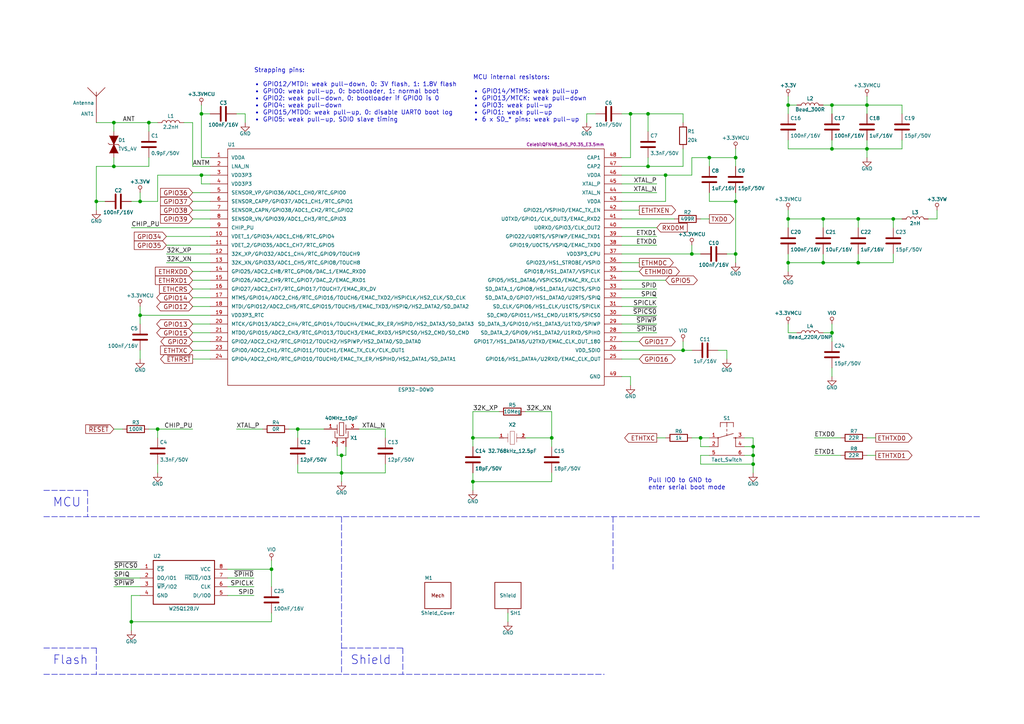
<source format=kicad_sch>
(kicad_sch (version 20211123) (generator eeschema)
  (paper "A4")
  (title_block (title "IOT ESP Ethernet") (date "2023-12-30") (rev "1") (company "Uysan"))
  (junction (at 58.42 50.8))
  (junction (at 251.46 43.18))
  (junction (at 38.1 180.34))
  (junction (at 187.96 48.26))
  (junction (at 198.12 101.6))
  (junction (at 218.44 134.62))
  (junction (at 160.02 127))
  (junction (at 213.36 45.72))
  (junction (at 45.72 124.46))
  (junction (at 182.88 33.02))
  (junction (at 58.42 33.02))
  (junction (at 99.06 137.16))
  (junction (at 43.18 35.56))
  (junction (at 213.36 58.42))
  (junction (at 241.3 43.18))
  (junction (at 40.64 91.44))
  (junction (at 86.36 124.46))
  (junction (at 248.92 63.5))
  (junction (at 213.36 73.66))
  (junction (at 200.66 73.66))
  (junction (at 248.92 76.2))
  (junction (at 238.76 76.2))
  (junction (at 218.44 132.08))
  (junction (at 241.3 96.52))
  (junction (at 218.44 129.54))
  (junction (at 259.08 63.5))
  (junction (at 228.6 76.2))
  (junction (at 228.6 63.5))
  (junction (at 205.74 45.72))
  (junction (at 78.74 165.1))
  (junction (at 203.2 127))
  (junction (at 137.16 139.7))
  (junction (at 251.46 30.48))
  (junction (at 228.6 30.48))
  (junction (at 40.64 58.42))
  (junction (at 27.94 58.42))
  (junction (at 137.16 127))
  (junction (at 238.76 63.5))
  (junction (at 241.3 30.48))
  (junction (at 193.04 50.8))
  (junction (at 99.06 132.08))
  (junction (at 33.02 48.26))
  (junction (at 187.96 33.02))
  (junction (at 33.02 35.56))
  (wire (pts (xy 60.96 58.42) (xy 55.88 58.42)))
  (wire (pts (xy 198.12 99.06) (xy 198.12 101.6)))
  (wire (pts (xy 180.34 83.82) (xy 190.5 83.82)))
  (wire (pts (xy 40.64 55.88) (xy 40.64 58.42)))
  (polyline (pts (xy 12.7 187.96) (xy 27.94 187.96)))
  (wire (pts (xy 241.3 43.18) (xy 228.6 43.18)))
  (wire (pts (xy 48.26 76.2) (xy 60.96 76.2)))
  (wire (pts (xy 238.76 30.48) (xy 241.3 30.48)))
  (wire (pts (xy 180.34 104.14) (xy 185.42 104.14)))
  (wire (pts (xy 55.88 35.56) (xy 55.88 48.26)))
  (wire (pts (xy 60.96 60.96) (xy 55.88 60.96)))
  (wire (pts (xy 180.34 91.44) (xy 190.5 91.44)))
  (wire (pts (xy 86.36 134.62) (xy 86.36 137.16)))
  (polyline (pts (xy 99.06 149.86) (xy 99.06 195.58)))
  (wire (pts (xy 190.5 127) (xy 193.04 127)))
  (wire (pts (xy 180.34 53.34) (xy 190.5 53.34)))
  (wire (pts (xy 55.88 83.82) (xy 60.96 83.82)))
  (wire (pts (xy 182.88 109.22) (xy 182.88 111.76)))
  (wire (pts (xy 99.06 137.16) (xy 99.06 132.08)))
  (wire (pts (xy 180.34 71.12) (xy 190.5 71.12)))
  (wire (pts (xy 60.96 63.5) (xy 55.88 63.5)))
  (polyline (pts (xy 12.7 142.24) (xy 25.4 142.24)))
  (wire (pts (xy 187.96 48.26) (xy 198.12 48.26)))
  (wire (pts (xy 180.34 63.5) (xy 195.58 63.5)))
  (wire (pts (xy 208.28 101.6) (xy 210.82 101.6)))
  (wire (pts (xy 205.74 132.08) (xy 203.2 132.08)))
  (wire (pts (xy 215.9 129.54) (xy 218.44 129.54)))
  (wire (pts (xy 203.2 73.66) (xy 200.66 73.66)))
  (wire (pts (xy 213.36 58.42) (xy 213.36 73.66)))
  (wire (pts (xy 251.46 43.18) (xy 261.62 43.18)))
  (wire (pts (xy 66.04 170.18) (xy 73.66 170.18)))
  (wire (pts (xy 180.34 99.06) (xy 185.42 99.06)))
  (wire (pts (xy 218.44 134.62) (xy 218.44 137.16)))
  (wire (pts (xy 40.64 104.14) (xy 40.64 101.6)))
  (wire (pts (xy 152.4 119.38) (xy 160.02 119.38)))
  (wire (pts (xy 251.46 132.08) (xy 254 132.08)))
  (wire (pts (xy 55.88 88.9) (xy 60.96 88.9)))
  (wire (pts (xy 137.16 127) (xy 144.78 127)))
  (wire (pts (xy 261.62 30.48) (xy 261.62 33.02)))
  (wire (pts (xy 180.34 96.52) (xy 190.5 96.52)))
  (wire (pts (xy 33.02 35.56) (xy 43.18 35.56)))
  (wire (pts (xy 228.6 96.52) (xy 228.6 93.98)))
  (wire (pts (xy 238.76 96.52) (xy 241.3 96.52)))
  (wire (pts (xy 180.34 86.36) (xy 190.5 86.36)))
  (wire (pts (xy 55.88 81.28) (xy 60.96 81.28)))
  (wire (pts (xy 241.3 40.64) (xy 241.3 43.18)))
  (wire (pts (xy 86.36 137.16) (xy 99.06 137.16)))
  (wire (pts (xy 33.02 165.1) (xy 40.64 165.1)))
  (wire (pts (xy 97.79 129.54) (xy 97.79 132.08)))
  (wire (pts (xy 58.42 50.8) (xy 58.42 53.34)))
  (wire (pts (xy 187.96 45.72) (xy 187.96 48.26)))
  (wire (pts (xy 33.02 38.1) (xy 33.02 35.56)))
  (wire (pts (xy 241.3 106.68) (xy 241.3 109.22)))
  (wire (pts (xy 259.08 63.5) (xy 261.62 63.5)))
  (wire (pts (xy 213.36 48.26) (xy 213.36 45.72)))
  (wire (pts (xy 187.96 33.02) (xy 187.96 38.1)))
  (wire (pts (xy 71.12 33.02) (xy 68.58 33.02)))
  (wire (pts (xy 38.1 180.34) (xy 38.1 182.88)))
  (wire (pts (xy 180.34 66.04) (xy 190.5 66.04)))
  (wire (pts (xy 78.74 165.1) (xy 78.74 170.18)))
  (wire (pts (xy 170.18 35.56) (xy 170.18 33.02)))
  (wire (pts (xy 147.32 177.8) (xy 147.32 180.34)))
  (wire (pts (xy 55.88 55.88) (xy 60.96 55.88)))
  (wire (pts (xy 248.92 73.66) (xy 248.92 76.2)))
  (wire (pts (xy 58.42 33.02) (xy 60.96 33.02)))
  (wire (pts (xy 137.16 119.38) (xy 137.16 127)))
  (wire (pts (xy 40.64 93.98) (xy 40.64 91.44)))
  (wire (pts (xy 53.34 35.56) (xy 55.88 35.56)))
  (wire (pts (xy 137.16 142.24) (xy 137.16 139.7)))
  (wire (pts (xy 170.18 33.02) (xy 172.72 33.02)))
  (wire (pts (xy 228.6 30.48) (xy 231.14 30.48)))
  (wire (pts (xy 238.76 63.5) (xy 238.76 66.04)))
  (wire (pts (xy 180.34 68.58) (xy 190.5 68.58)))
  (wire (pts (xy 180.34 50.8) (xy 193.04 50.8)))
  (wire (pts (xy 55.88 48.26) (xy 60.96 48.26)))
  (wire (pts (xy 45.72 127) (xy 45.72 124.46)))
  (polyline (pts (xy 12.7 149.86) (xy 284.48 149.86)))
  (wire (pts (xy 251.46 127) (xy 254 127)))
  (wire (pts (xy 236.22 132.08) (xy 243.84 132.08)))
  (wire (pts (xy 200.66 45.72) (xy 200.66 50.8)))
  (wire (pts (xy 144.78 119.38) (xy 137.16 119.38)))
  (wire (pts (xy 236.22 127) (xy 243.84 127)))
  (wire (pts (xy 99.06 139.7) (xy 99.06 137.16)))
  (wire (pts (xy 35.56 124.46) (xy 33.02 124.46)))
  (wire (pts (xy 71.12 35.56) (xy 71.12 33.02)))
  (wire (pts (xy 55.88 104.14) (xy 60.96 104.14)))
  (wire (pts (xy 55.88 99.06) (xy 60.96 99.06)))
  (wire (pts (xy 137.16 139.7) (xy 160.02 139.7)))
  (polyline (pts (xy 25.4 142.24) (xy 25.4 149.86)))
  (wire (pts (xy 213.36 55.88) (xy 213.36 58.42)))
  (polyline (pts (xy 116.84 187.96) (xy 116.84 195.58)))
  (wire (pts (xy 160.02 119.38) (xy 160.02 127)))
  (wire (pts (xy 251.46 27.94) (xy 251.46 30.48)))
  (wire (pts (xy 38.1 172.72) (xy 38.1 180.34)))
  (wire (pts (xy 251.46 30.48) (xy 251.46 33.02)))
  (wire (pts (xy 180.34 55.88) (xy 190.5 55.88)))
  (wire (pts (xy 205.74 129.54) (xy 203.2 129.54)))
  (wire (pts (xy 180.34 73.66) (xy 200.66 73.66)))
  (wire (pts (xy 43.18 35.56) (xy 43.18 38.1)))
  (wire (pts (xy 58.42 30.48) (xy 58.42 33.02)))
  (wire (pts (xy 205.74 45.72) (xy 205.74 48.26)))
  (wire (pts (xy 40.64 58.42) (xy 45.72 58.42)))
  (wire (pts (xy 38.1 66.04) (xy 60.96 66.04)))
  (polyline (pts (xy 177.8 149.86) (xy 177.8 165.1)))
  (wire (pts (xy 68.58 124.46) (xy 76.2 124.46)))
  (wire (pts (xy 137.16 127) (xy 137.16 129.54)))
  (wire (pts (xy 251.46 40.64) (xy 251.46 43.18)))
  (wire (pts (xy 180.34 78.74) (xy 185.42 78.74)))
  (wire (pts (xy 27.94 60.96) (xy 27.94 58.42)))
  (wire (pts (xy 99.06 137.16) (xy 111.76 137.16)))
  (polyline (pts (xy 12.7 195.58) (xy 175.26 195.58)))
  (wire (pts (xy 271.78 60.96) (xy 271.78 63.5)))
  (wire (pts (xy 180.34 81.28) (xy 193.04 81.28)))
  (wire (pts (xy 228.6 76.2) (xy 238.76 76.2)))
  (wire (pts (xy 269.24 63.5) (xy 271.78 63.5)))
  (wire (pts (xy 261.62 43.18) (xy 261.62 40.64)))
  (wire (pts (xy 33.02 45.72) (xy 33.02 48.26)))
  (wire (pts (xy 251.46 43.18) (xy 251.46 45.72)))
  (wire (pts (xy 55.88 96.52) (xy 60.96 96.52)))
  (wire (pts (xy 182.88 109.22) (xy 180.34 109.22)))
  (wire (pts (xy 193.04 58.42) (xy 180.34 58.42)))
  (wire (pts (xy 259.08 63.5) (xy 259.08 66.04)))
  (wire (pts (xy 198.12 35.56) (xy 198.12 33.02)))
  (wire (pts (xy 187.96 33.02) (xy 198.12 33.02)))
  (wire (pts (xy 48.26 71.12) (xy 60.96 71.12)))
  (wire (pts (xy 203.2 132.08) (xy 203.2 134.62)))
  (wire (pts (xy 238.76 76.2) (xy 238.76 73.66)))
  (wire (pts (xy 205.74 45.72) (xy 213.36 45.72)))
  (wire (pts (xy 228.6 60.96) (xy 228.6 63.5)))
  (wire (pts (xy 218.44 129.54) (xy 218.44 127)))
  (wire (pts (xy 248.92 63.5) (xy 259.08 63.5)))
  (wire (pts (xy 228.6 76.2) (xy 228.6 78.74)))
  (wire (pts (xy 40.64 172.72) (xy 38.1 172.72)))
  (wire (pts (xy 86.36 124.46) (xy 86.36 127)))
  (wire (pts (xy 203.2 129.54) (xy 203.2 127)))
  (wire (pts (xy 111.76 134.62) (xy 111.76 137.16)))
  (wire (pts (xy 203.2 127) (xy 205.74 127)))
  (wire (pts (xy 66.04 167.64) (xy 73.66 167.64)))
  (wire (pts (xy 180.34 33.02) (xy 182.88 33.02)))
  (polyline (pts (xy 99.06 187.96) (xy 116.84 187.96)))
  (wire (pts (xy 55.88 101.6) (xy 60.96 101.6)))
  (wire (pts (xy 40.64 91.44) (xy 60.96 91.44)))
  (wire (pts (xy 33.02 170.18) (xy 40.64 170.18)))
  (wire (pts (xy 58.42 53.34) (xy 60.96 53.34)))
  (wire (pts (xy 213.36 43.18) (xy 213.36 45.72)))
  (wire (pts (xy 33.02 167.64) (xy 40.64 167.64)))
  (wire (pts (xy 97.79 132.08) (xy 99.06 132.08)))
  (wire (pts (xy 180.34 60.96) (xy 185.42 60.96)))
  (wire (pts (xy 160.02 139.7) (xy 160.02 137.16)))
  (wire (pts (xy 205.74 55.88) (xy 205.74 58.42)))
  (wire (pts (xy 27.94 48.26) (xy 27.94 58.42)))
  (wire (pts (xy 60.96 50.8) (xy 58.42 50.8)))
  (wire (pts (xy 111.76 124.46) (xy 111.76 127)))
  (wire (pts (xy 228.6 40.64) (xy 228.6 43.18)))
  (wire (pts (xy 218.44 129.54) (xy 218.44 132.08)))
  (wire (pts (xy 180.34 48.26) (xy 187.96 48.26)))
  (wire (pts (xy 238.76 63.5) (xy 228.6 63.5)))
  (wire (pts (xy 27.94 58.42) (xy 30.48 58.42)))
  (wire (pts (xy 45.72 50.8) (xy 58.42 50.8)))
  (wire (pts (xy 55.88 78.74) (xy 60.96 78.74)))
  (wire (pts (xy 203.2 134.62) (xy 218.44 134.62)))
  (wire (pts (xy 248.92 76.2) (xy 259.08 76.2)))
  (wire (pts (xy 99.06 132.08) (xy 100.33 132.08)))
  (wire (pts (xy 248.92 63.5) (xy 248.92 66.04)))
  (wire (pts (xy 218.44 134.62) (xy 218.44 132.08)))
  (wire (pts (xy 251.46 30.48) (xy 241.3 30.48)))
  (wire (pts (xy 66.04 165.1) (xy 78.74 165.1)))
  (wire (pts (xy 203.2 63.5) (xy 205.74 63.5)))
  (wire (pts (xy 200.66 71.12) (xy 200.66 73.66)))
  (wire (pts (xy 100.33 132.08) (xy 100.33 129.54)))
  (wire (pts (xy 27.94 35.56) (xy 33.02 35.56)))
  (wire (pts (xy 228.6 30.48) (xy 228.6 33.02)))
  (wire (pts (xy 40.64 91.44) (xy 40.64 88.9)))
  (wire (pts (xy 38.1 58.42) (xy 40.64 58.42)))
  (wire (pts (xy 210.82 104.14) (xy 210.82 101.6)))
  (wire (pts (xy 228.6 63.5) (xy 228.6 66.04)))
  (wire (pts (xy 261.62 30.48) (xy 251.46 30.48)))
  (wire (pts (xy 215.9 132.08) (xy 218.44 132.08)))
  (wire (pts (xy 193.04 50.8) (xy 200.66 50.8)))
  (wire (pts (xy 241.3 96.52) (xy 241.3 99.06)))
  (wire (pts (xy 182.88 33.02) (xy 182.88 45.72)))
  (wire (pts (xy 78.74 162.56) (xy 78.74 165.1)))
  (wire (pts (xy 228.6 73.66) (xy 228.6 76.2)))
  (wire (pts (xy 182.88 33.02) (xy 187.96 33.02)))
  (wire (pts (xy 86.36 124.46) (xy 93.98 124.46)))
  (wire (pts (xy 137.16 137.16) (xy 137.16 139.7)))
  (wire (pts (xy 48.26 68.58) (xy 60.96 68.58)))
  (wire (pts (xy 33.02 48.26) (xy 27.94 48.26)))
  (wire (pts (xy 241.3 93.98) (xy 241.3 96.52)))
  (wire (pts (xy 66.04 172.72) (xy 73.66 172.72)))
  (wire (pts (xy 38.1 180.34) (xy 78.74 180.34)))
  (wire (pts (xy 48.26 73.66) (xy 60.96 73.66)))
  (wire (pts (xy 180.34 45.72) (xy 182.88 45.72)))
  (wire (pts (xy 238.76 63.5) (xy 248.92 63.5)))
  (wire (pts (xy 60.96 45.72) (xy 58.42 45.72)))
  (wire (pts (xy 193.04 50.8) (xy 193.04 58.42)))
  (wire (pts (xy 55.88 93.98) (xy 60.96 93.98)))
  (wire (pts (xy 213.36 76.2) (xy 213.36 73.66)))
  (wire (pts (xy 45.72 58.42) (xy 45.72 50.8)))
  (wire (pts (xy 43.18 48.26) (xy 33.02 48.26)))
  (wire (pts (xy 200.66 127) (xy 203.2 127)))
  (wire (pts (xy 78.74 177.8) (xy 78.74 180.34)))
  (wire (pts (xy 198.12 48.26) (xy 198.12 43.18)))
  (wire (pts (xy 160.02 127) (xy 160.02 129.54)))
  (wire (pts (xy 241.3 30.48) (xy 241.3 33.02)))
  (wire (pts (xy 58.42 33.02) (xy 58.42 45.72)))
  (wire (pts (xy 241.3 43.18) (xy 251.46 43.18)))
  (wire (pts (xy 45.72 124.46) (xy 43.18 124.46)))
  (wire (pts (xy 55.88 124.46) (xy 45.72 124.46)))
  (wire (pts (xy 259.08 73.66) (xy 259.08 76.2)))
  (wire (pts (xy 210.82 73.66) (xy 213.36 73.66)))
  (wire (pts (xy 228.6 27.94) (xy 228.6 30.48)))
  (wire (pts (xy 238.76 76.2) (xy 248.92 76.2)))
  (wire (pts (xy 215.9 127) (xy 218.44 127)))
  (wire (pts (xy 180.34 88.9) (xy 190.5 88.9)))
  (wire (pts (xy 55.88 86.36) (xy 60.96 86.36)))
  (wire (pts (xy 205.74 58.42) (xy 213.36 58.42)))
  (wire (pts (xy 180.34 76.2) (xy 185.42 76.2)))
  (wire (pts (xy 180.34 93.98) (xy 190.5 93.98)))
  (wire (pts (xy 43.18 45.72) (xy 43.18 48.26)))
  (wire (pts (xy 83.82 124.46) (xy 86.36 124.46)))
  (polyline (pts (xy 27.94 187.96) (xy 27.94 195.58)))
  (wire (pts (xy 200.66 101.6) (xy 198.12 101.6)))
  (wire (pts (xy 152.4 127) (xy 160.02 127)))
  (wire (pts (xy 205.74 45.72) (xy 200.66 45.72)))
  (wire (pts (xy 180.34 101.6) (xy 198.12 101.6)))
  (wire (pts (xy 45.72 35.56) (xy 43.18 35.56)))
  (wire (pts (xy 104.14 124.46) (xy 111.76 124.46)))
  (wire (pts (xy 45.72 137.16) (xy 45.72 134.62)))
  (wire (pts (xy 228.6 96.52) (xy 231.14 96.52)))
  (text "MCU internal resistors:\n\n• GPIO14/MTMS: weak pull-up\n• GPIO13/MTCK: weak pull-down\n• GPIO3: weak pull-up\n• GPIO1: weak pull-up\n• 6 x SD_* pins: weak pull-up" (at 137.16 35.56 0) (effects (font (size 1.27 1.27)) (justify left bottom)))
  (text "Shield" (at 101.6 193.04 0) (effects (font (size 2.54 2.54)) (justify left bottom)))
  (text "Flash" (at 15.24 193.04 0) (effects (font (size 2.54 2.54)) (justify left bottom)))
  (text "MCU" (at 15.24 147.32 0) (effects (font (size 2.54 2.54)) (justify left bottom)))
  (text "Strapping pins:\n\n• GPIO12/MTDI: weak pull-down, 0: 3V flash, 1: 1.8V flash\n• GPIO0: weak pull-up, 0: bootloader, 1: normal boot\n• GPIO2: weak pull-down, 0: bootloader if GPIO0 is 0\n• GPIO4: weak pull-down\n• GPIO15/MTDO: weak pull-up, 0: disable UART0 boot log\n• GPIO5: weak pull-up, SDIO slave timing" (at 73.66 35.56 0) (effects (font (size 1.27 1.27)) (justify left bottom)))
  (text "Pull IO0 to GND to\nenter serial boot mode" (at 187.96 142.24 0) (effects (font (size 1.27 1.27)) (justify left bottom)))
  (label "XTAL_N" (at 190.5 55.88 180))
  (label "SPICLK" (at 190.5 88.9 180))
  (label "SPID" (at 190.5 83.82 180))
  (label "~{SPIWP}" (at 33.02 170.18 0))
  (label "SPIQ" (at 190.5 86.36 180))
  (label "~{SPIWP}" (at 190.5 93.98 180))
  (label "ANTM" (at 55.88 48.26 0))
  (label "32K_XN" (at 160.02 119.38 180))
  (label "SPID" (at 73.66 172.72 180))
  (label "XTAL_P" (at 190.5 53.34 180))
  (label "XTAL_P" (at 68.58 124.46 0))
  (label "~{SPIHD}" (at 73.66 167.64 180))
  (label "ETXD1" (at 190.5 68.58 180))
  (label "32K_XN" (at 48.26 76.2 0))
  (label "SPICLK" (at 73.66 170.18 180))
  (label "ANT" (at 35.56 35.56 0))
  (label "32K_XP" (at 137.16 119.38 0))
  (label "32K_XP" (at 48.26 73.66 0))
  (label "ETXD0" (at 236.22 127 0))
  (label "~{SPICS0}" (at 190.5 91.44 180))
  (label "SPIQ" (at 33.02 167.64 0))
  (label "ETXD1" (at 236.22 132.08 0))
  (label "~{SPIHD}" (at 190.5 96.52 180))
  (label "CHIP_PU" (at 38.1 66.04 0))
  (label "XTAL_N" (at 111.76 124.46 180))
  (label "~{SPICS0}" (at 33.02 165.1 0))
  (label "CHIP_PU" (at 55.88 124.46 180))
  (label "ETXD0" (at 190.5 71.12 180))
  (global_label "RXD0M" (shape input) (at 190.5 66.04 0) (property "Intersheet References" "${INTERSHEET_REFS}" (effects hide)))
  (global_label "ETHTXD1" (shape output) (at 254 132.08 0) (property "Intersheet References" "${INTERSHEET_REFS}" (effects hide)))
  (global_label "GPIO13" (shape bidirectional) (at 55.88 93.98 180) (property "Intersheet References" "${INTERSHEET_REFS}" (effects hide)))
  (global_label "~{ETHRST}" (shape output) (at 55.88 104.14 180) (property "Intersheet References" "${INTERSHEET_REFS}" (effects hide)))
  (global_label "ETHCRS" (shape input) (at 55.88 83.82 180) (property "Intersheet References" "${INTERSHEET_REFS}" (effects hide)))
  (global_label "ETHTXEN" (shape output) (at 185.42 60.96 0) (property "Intersheet References" "${INTERSHEET_REFS}" (effects hide)))
  (global_label "GPIO2" (shape bidirectional) (at 55.88 99.06 180) (property "Intersheet References" "${INTERSHEET_REFS}" (effects hide)))
  (global_label "GPIO36" (shape input) (at 55.88 55.88 180) (property "Intersheet References" "${INTERSHEET_REFS}" (effects hide)))
  (global_label "GPIO12" (shape bidirectional) (at 55.88 88.9 180) (property "Intersheet References" "${INTERSHEET_REFS}" (effects hide)))
  (global_label "ETHRXD1" (shape input) (at 55.88 81.28 180) (property "Intersheet References" "${INTERSHEET_REFS}" (effects hide)))
  (global_label "GPIO34" (shape input) (at 48.26 68.58 180) (property "Intersheet References" "${INTERSHEET_REFS}" (effects hide)))
  (global_label "GPIO37" (shape input) (at 55.88 58.42 180) (property "Intersheet References" "${INTERSHEET_REFS}" (effects hide)))
  (global_label "GPIO5" (shape bidirectional) (at 193.04 81.28 0) (property "Intersheet References" "${INTERSHEET_REFS}" (effects hide)))
  (global_label "ETHMDIO" (shape bidirectional) (at 185.42 78.74 0) (property "Intersheet References" "${INTERSHEET_REFS}" (effects hide)))
  (global_label "GPIO15" (shape bidirectional) (at 55.88 96.52 180) (property "Intersheet References" "${INTERSHEET_REFS}" (effects hide)))
  (global_label "ETHMDC" (shape output) (at 185.42 76.2 0) (property "Intersheet References" "${INTERSHEET_REFS}" (effects hide)))
  (global_label "GPIO16" (shape bidirectional) (at 185.42 104.14 0) (property "Intersheet References" "${INTERSHEET_REFS}" (effects hide)))
  (global_label "GPIO14" (shape bidirectional) (at 55.88 86.36 180) (property "Intersheet References" "${INTERSHEET_REFS}" (effects hide)))
  (global_label "GPIO17" (shape bidirectional) (at 185.42 99.06 0) (property "Intersheet References" "${INTERSHEET_REFS}" (effects hide)))
  (global_label "GPIO38" (shape input) (at 55.88 60.96 180) (property "Intersheet References" "${INTERSHEET_REFS}" (effects hide)))
  (global_label "GPIO39" (shape input) (at 55.88 63.5 180) (property "Intersheet References" "${INTERSHEET_REFS}" (effects hide)))
  (global_label "TXD0" (shape output) (at 205.74 63.5 0) (property "Intersheet References" "${INTERSHEET_REFS}" (effects hide)))
  (global_label "ETHTXC" (shape output) (at 190.5 127 180) (property "Intersheet References" "${INTERSHEET_REFS}" (effects hide)))
  (global_label "ETHRXD0" (shape input) (at 55.88 78.74 180) (property "Intersheet References" "${INTERSHEET_REFS}" (effects hide)))
  (global_label "ETHTXD0" (shape output) (at 254 127 0) (property "Intersheet References" "${INTERSHEET_REFS}" (effects hide)))
  (global_label "GPIO35" (shape input) (at 48.26 71.12 180) (property "Intersheet References" "${INTERSHEET_REFS}" (effects hide)))
  (global_label "ETHTXC" (shape input) (at 55.88 101.6 180) (property "Intersheet References" "${INTERSHEET_REFS}" (effects hide)))
  (global_label "~{RESET}" (shape input) (at 33.02 124.46 180) (property "Intersheet References" "${INTERSHEET_REFS}" (effects hide)))
  (symbol (lib_id "Celebi:capacitor") (at 228.6 36.83 270) (unit 1)
    (property "Reference" "C16" (at 229.235 34.29 90) (effects (font (size 1.016 1.016)) (justify left)))
    (property "Value" "100nF{slash}16V" (at 229.235 39.37 90) (effects (font (size 1.016 1.016)) (justify left)))
    (property "Footprint" "Celebi:SM0402C" (effects hide))
    (property "Datasheet" "http://weblib.samsungsem.com/mlcc/mlcc-ec-data-sheet.do?partNumber=CL05B104KO5NNN" (effects hide))
    (property "Tolerance" "10%" (effects hide))
    (property "Power" "_" (effects hide))
    (property "Temperature" "-55+125°C" (effects hide))
    (property "Manufacturer" "Samsung" (effects hide))
    (property "PartNumber" "CL05B104KO5NNNC" (effects hide))
    (property "Digikey" "1276-1001-1-ND" (effects hide))
  )
  (symbol (lib_id "Celebi:capacitor") (at 204.47 101.6 0) (unit 1)
    (property "Reference" "C11" (at 204.47 98.425 0) (effects (font (size 1.016 1.016))))
    (property "Value" "1uF{slash}16V" (at 204.47 104.775 0) (effects (font (size 1.016 1.016))))
    (property "Footprint" "Celebi:SM0603C" (effects hide))
    (property "Datasheet" "https://www.yageo.com/en/Chart/Download/pdf/CC0603KRX7R7BB105" (effects hide))
    (property "Tolerance" "10%" (effects hide))
    (property "Power" "_" (effects hide))
    (property "Temperature" "-55+125°C" (effects hide))
    (property "Manufacturer" "Yageo" (effects hide))
    (property "PartNumber" "CC0603KRX7R7BB105" (effects hide))
    (property "Digikey" "311-1446-1-ND" (effects hide))
  )
  (symbol (lib_id "Celebi:inductor") (at 265.43 63.5 0) (unit 1)
    (property "Reference" "L3" (at 265.43 61.595 0) (effects (font (size 1.016 1.016))))
    (property "Value" "2nH" (at 265.43 64.77 0) (effects (font (size 1.016 1.016))))
    (property "Footprint" "Celebi:SM0402L" (effects hide))
    (property "Datasheet" "https://www.we-online.com/catalog/datasheet/744765020A.pdf" (effects hide))
    (property "Tolerance" "0.2nH" (effects hide))
    (property "Power" "1.04A" (effects hide))
    (property "Temperature" "-40+125°C" (effects hide))
    (property "Manufacturer" "Wurth" (effects hide))
    (property "PartNumber" "744765020A" (effects hide))
    (property "Digikey" "732-1705-1-ND" (effects hide))
  )
  (symbol (lib_id "Celebi:+3.3VMCU") (at 40.64 88.9 0) (unit 1)
    (property "Reference" "#PWR0160" (effects hide))
    (property "Value" "+3.3VMCU" (at 40.64 85.725 0) (effects (font (size 1.016 1.016))))
  )
  (symbol (lib_id "Celebi:resistor") (at 199.39 63.5 0) (unit 1)
    (property "Reference" "R2" (at 199.39 61.595 0) (effects (font (size 1.016 1.016))))
    (property "Value" "499R" (at 199.39 63.5 0) (effects (font (size 1.016 1.016))))
    (property "Footprint" "Celebi:SM0402" (effects hide))
    (property "Datasheet" "https://www.yageo.com/upload/media/product/productsearch/datasheet/rchip/PYu-RC_Group_51_RoHS_L_12.pdf" (effects hide))
    (property "Tolerance" "1%" (effects hide))
    (property "Power" "1/16W" (effects hide))
    (property "Temperature" "-55+155°C" (effects hide))
    (property "Manufacturer" "Yageo" (effects hide))
    (property "PartNumber" "RC0402FR-07499RL" (effects hide))
    (property "Digikey" "311-499LRCT-ND" (effects hide))
  )
  (symbol (lib_id "Celebi:capacitor") (at 238.76 69.85 270) (unit 1)
    (property "Reference" "C21" (at 239.395 67.31 90) (effects (font (size 1.016 1.016)) (justify left)))
    (property "Value" "10uF{slash}16V" (at 239.395 72.39 90) (effects (font (size 1.016 1.016)) (justify left)))
    (property "Footprint" "Celebi:SM0805C" (effects hide))
    (property "Datasheet" "http://weblib.samsungsem.com/mlcc/mlcc-ec-data-sheet.do?partNumber=CL21B106KOQNNN" (effects hide))
    (property "Tolerance" "10%" (effects hide))
    (property "Power" "_" (effects hide))
    (property "Temperature" "-55+125°C" (effects hide))
    (property "Manufacturer" "Samsung" (effects hide))
    (property "PartNumber" "CL21B106KOQNNNE" (effects hide))
    (property "Digikey" "1276-2872-1-ND" (effects hide))
  )
  (symbol (lib_id "Celebi:Shield") (at 147.32 172.72 0) (unit 1)
    (property "Reference" "SH1" (at 147.955 177.8 0) (effects (font (size 1.016 1.016)) (justify left)))
    (property "Value" "Shield" (at 147.32 172.72 0) (effects (font (size 1.016 1.016))))
    (property "Footprint" "Celebi:shield-36103166S" (effects hide))
    (property "Datasheet" "https://www.we-online.com/catalog/datasheet/36103166s.pdf" (effects hide))
    (property "Tolerance" "_" (effects hide))
    (property "Power" "_" (effects hide))
    (property "Temperature" "-40+125°C" (effects hide))
    (property "Manufacturer" "Wurth" (effects hide))
    (property "PartNumber" "36103166S" (effects hide))
    (property "Digikey" "732-11652-1-ND" (effects hide))
  )
  (symbol (lib_id "Celebi:inductor") (at 234.95 96.52 0) (unit 1)
    (property "Reference" "L4" (at 234.95 94.615 0) (effects (font (size 1.016 1.016))))
    (property "Value" "Bead_220R{slash}DNP" (at 234.95 97.79 0) (effects (font (size 1.016 1.016))))
    (property "Footprint" "Celebi:SM0402L" (effects hide))
    (property "Datasheet" "https://www.we-online.com/catalog/datasheet/742792780.pdf" (effects hide))
    (property "Tolerance" "25%" (effects hide))
    (property "Power" "0.3A" (effects hide))
    (property "Temperature" "-55+125°C" (effects hide))
    (property "Manufacturer" "Wurth" (effects hide))
    (property "PartNumber" "742792780" (effects hide))
    (property "Digikey" "732-1569-1-ND" (effects hide))
  )
  (symbol (lib_id "Celebi:capacitor") (at 261.62 36.83 270) (unit 1)
    (property "Reference" "C19" (at 262.255 34.29 90) (effects (font (size 1.016 1.016)) (justify left)))
    (property "Value" "15pF{slash}50V" (at 262.255 39.37 90) (effects (font (size 1.016 1.016)) (justify left)))
    (property "Footprint" "Celebi:SM0402C" (effects hide))
    (property "Datasheet" "https://www.yageo.com/en/Chart/Download/pdf/CC0402JRNPO9BN150" (effects hide))
    (property "Tolerance" "5%" (effects hide))
    (property "Power" "_" (effects hide))
    (property "Temperature" "-55+125°C" (effects hide))
    (property "Manufacturer" "Yageo" (effects hide))
    (property "PartNumber" "CC0402JRNPO9BN150" (effects hide))
    (property "Digikey" "311-1017-1-ND" (effects hide))
  )
  (symbol (lib_id "Celebi:capacitor") (at 40.64 97.79 90) (mirror x) (unit 1)
    (property "Reference" "C5" (at 40.005 95.25 90) (effects (font (size 1.016 1.016)) (justify left)))
    (property "Value" "100nF{slash}16V" (at 40.005 100.33 90) (effects (font (size 1.016 1.016)) (justify left)))
    (property "Footprint" "Celebi:SM0402C" (effects hide))
    (property "Datasheet" "http://weblib.samsungsem.com/mlcc/mlcc-ec-data-sheet.do?partNumber=CL05B104KO5NNN" (effects hide))
    (property "Tolerance" "10%" (effects hide))
    (property "Power" "_" (effects hide))
    (property "Temperature" "-55+125°C" (effects hide))
    (property "Manufacturer" "Samsung" (effects hide))
    (property "PartNumber" "CL05B104KO5NNNC" (effects hide))
    (property "Digikey" "1276-1001-1-ND" (effects hide))
  )
  (symbol (lib_id "Celebi:capacitor") (at 160.02 133.35 270) (unit 1)
    (property "Reference" "C15" (at 160.655 130.81 90) (effects (font (size 1.016 1.016)) (justify left)))
    (property "Value" "18pF{slash}50V" (at 160.655 135.89 90) (effects (font (size 1.016 1.016)) (justify left)))
    (property "Footprint" "Celebi:SM0402C" (effects hide))
    (property "Datasheet" "https://www.yageo.com/en/Chart/Download/pdf/CC0402JRNPO9BN180" (effects hide))
    (property "Tolerance" "5%" (effects hide))
    (property "Power" "_" (effects hide))
    (property "Temperature" "-55+125°C" (effects hide))
    (property "Manufacturer" "Yageo" (effects hide))
    (property "PartNumber" "CC0402JRNPO9BN180" (effects hide))
    (property "Digikey" "311-1415-1-ND" (effects hide))
  )
  (symbol (lib_id "Celebi:capacitor") (at 137.16 133.35 270) (unit 1)
    (property "Reference" "C14" (at 137.795 130.81 90) (effects (font (size 1.016 1.016)) (justify left)))
    (property "Value" "18pF{slash}50V" (at 137.795 135.89 90) (effects (font (size 1.016 1.016)) (justify left)))
    (property "Footprint" "Celebi:SM0402C" (effects hide))
    (property "Datasheet" "https://www.yageo.com/en/Chart/Download/pdf/CC0402JRNPO9BN180" (effects hide))
    (property "Tolerance" "5%" (effects hide))
    (property "Power" "_" (effects hide))
    (property "Temperature" "-55+125°C" (effects hide))
    (property "Manufacturer" "Yageo" (effects hide))
    (property "PartNumber" "CC0402JRNPO9BN180" (effects hide))
    (property "Digikey" "311-1415-1-ND" (effects hide))
  )
  (symbol (lib_id "Celebi:capacitor") (at 207.01 73.66 0) (mirror y) (unit 1)
    (property "Reference" "C10" (at 207.01 70.485 0) (effects (font (size 1.016 1.016))))
    (property "Value" "100nF{slash}16V" (at 207.01 76.835 0) (effects (font (size 1.016 1.016))))
    (property "Footprint" "Celebi:SM0402C" (effects hide))
    (property "Datasheet" "http://weblib.samsungsem.com/mlcc/mlcc-ec-data-sheet.do?partNumber=CL05B104KO5NNN" (effects hide))
    (property "Tolerance" "10%" (effects hide))
    (property "Power" "_" (effects hide))
    (property "Temperature" "-55+125°C" (effects hide))
    (property "Manufacturer" "Samsung" (effects hide))
    (property "PartNumber" "CL05B104KO5NNNC" (effects hide))
    (property "Digikey" "1276-1001-1-ND" (effects hide))
  )
  (symbol (lib_id "Celebi:capacitor") (at 176.53 33.02 0) (unit 1)
    (property "Reference" "C6" (at 176.53 29.845 0) (effects (font (size 1.016 1.016))))
    (property "Value" "10nF{slash}50V" (at 176.53 36.195 0) (effects (font (size 1.016 1.016))))
    (property "Footprint" "Celebi:SM0402C" (effects hide))
    (property "Datasheet" "https://www.yageo.com/en/Chart/Download/pdf/CC0402KRX7R9BB103" (effects hide))
    (property "Tolerance" "10%" (effects hide))
    (property "Power" "_" (effects hide))
    (property "Temperature" "-55+125°C" (effects hide))
    (property "Manufacturer" "Yageo" (effects hide))
    (property "PartNumber" "CC0402KRX7R9BB103" (effects hide))
    (property "Digikey" "311-1349-1-ND" (effects hide))
  )
  (symbol (lib_id "Celebi:+3.3VMCU") (at 228.6 60.96 0) (unit 1)
    (property "Reference" "#PWR0104" (effects hide))
    (property "Value" "+3.3VMCU" (at 228.6 57.785 0) (effects (font (size 1.016 1.016))))
  )
  (symbol (lib_id "Celebi:inductor") (at 234.95 30.48 0) (unit 1)
    (property "Reference" "L2" (at 234.95 28.575 0) (effects (font (size 1.016 1.016))))
    (property "Value" "Bead_300R" (at 234.95 31.75 0) (effects (font (size 1.016 1.016))))
    (property "Footprint" "Celebi:SM0603L" (effects hide))
    (property "Datasheet" "https://www.we-online.com/catalog/datasheet/742792641.pdf" (effects hide))
    (property "Tolerance" "25%" (effects hide))
    (property "Power" "2A" (effects hide))
    (property "Temperature" "-55+125°C" (effects hide))
    (property "Manufacturer" "Wurth" (effects hide))
    (property "PartNumber" "742792641" (effects hide))
    (property "Digikey" "732-1592-1-ND" (effects hide))
  )
  (symbol (lib_id "Celebi:capacitor") (at 241.3 102.87 270) (unit 1)
    (property "Reference" "C24" (at 241.935 100.33 90) (effects (font (size 1.016 1.016)) (justify left)))
    (property "Value" "15pF{slash}50V" (at 241.935 105.41 90) (effects (font (size 1.016 1.016)) (justify left)))
    (property "Footprint" "Celebi:SM0402C" (effects hide))
    (property "Datasheet" "https://www.yageo.com/en/Chart/Download/pdf/CC0402JRNPO9BN150" (effects hide))
    (property "Tolerance" "5%" (effects hide))
    (property "Power" "_" (effects hide))
    (property "Temperature" "-55+125°C" (effects hide))
    (property "Manufacturer" "Yageo" (effects hide))
    (property "PartNumber" "CC0402JRNPO9BN150" (effects hide))
    (property "Digikey" "311-1017-1-ND" (effects hide))
  )
  (symbol (lib_id "Celebi:ANT") (at 27.94 31.75 0) (mirror y) (unit 1) (in_bom no) (on_board no)
    (property "Reference" "ANT1" (at 25.4 33.02 0) (effects (font (size 1.016 1.016))))
    (property "Value" "Antenna" (at 27.305 29.845 0) (effects (font (size 1.016 1.016)) (justify left)))
    (property "Footprint" "Celebi:N.A." (effects hide))
    (property "Tolerance" "_" (effects hide))
    (property "Power" "_" (effects hide))
    (property "Temperature" "_" (effects hide))
    (property "Manufacturer" "_" (effects hide))
    (property "PartNumber" "_" (effects hide))
    (property "Digikey" "_" (effects hide))
  )
  (symbol (lib_id "Celebi:capacitor") (at 248.92 69.85 270) (unit 1)
    (property "Reference" "C22" (at 249.555 67.31 90) (effects (font (size 1.016 1.016)) (justify left)))
    (property "Value" "1uF{slash}16V" (at 249.555 72.39 90) (effects (font (size 1.016 1.016)) (justify left)))
    (property "Footprint" "Celebi:SM0603C" (effects hide))
    (property "Datasheet" "https://www.yageo.com/en/Chart/Download/pdf/CC0603KRX7R7BB105" (effects hide))
    (property "Tolerance" "10%" (effects hide))
    (property "Power" "_" (effects hide))
    (property "Temperature" "-55+125°C" (effects hide))
    (property "Manufacturer" "Yageo" (effects hide))
    (property "PartNumber" "CC0603KRX7R7BB105" (effects hide))
    (property "Digikey" "311-1446-1-ND" (effects hide))
  )
  (symbol (lib_id "Celebi:resistor") (at 247.65 127 0) (unit 1)
    (property "Reference" "R7" (at 247.65 125.095 0) (effects (font (size 1.016 1.016))))
    (property "Value" "22R" (at 247.65 127 0) (effects (font (size 1.016 1.016))))
    (property "Footprint" "Celebi:SM0402" (effects hide))
    (property "Datasheet" "https://www.yageo.com/upload/media/product/productsearch/datasheet/rchip/PYu-RC_Group_51_RoHS_L_12.pdf" (effects hide))
    (property "Tolerance" "1%" (effects hide))
    (property "Power" "1/16W" (effects hide))
    (property "Temperature" "-55+155°C" (effects hide))
    (property "Manufacturer" "Yageo" (effects hide))
    (property "PartNumber" "RC0402FR-0722RL" (effects hide))
    (property "Digikey" "311-22.0LRCT-ND" (effects hide))
  )
  (symbol (lib_id "Celebi:GND") (at 27.94 60.96 0) (unit 1)
    (property "Reference" "#PWR0126" (effects hide))
    (property "Value" "GND" (at 27.94 64.135 0) (effects (font (size 1.016 1.016))))
  )
  (symbol (lib_id "Celebi:GND") (at 241.3 109.22 0) (unit 1)
    (property "Reference" "#PWR0115" (effects hide))
    (property "Value" "GND" (at 241.3 112.395 0) (effects (font (size 1.016 1.016))))
  )
  (symbol (lib_id "Celebi:GND") (at 38.1 182.88 0) (unit 1)
    (property "Reference" "#PWR0134" (effects hide))
    (property "Value" "GND" (at 38.1 186.055 0) (effects (font (size 1.016 1.016))))
  )
  (symbol (lib_id "Celebi:capacitor") (at 111.76 130.81 270) (unit 1)
    (property "Reference" "C13" (at 112.395 128.27 90) (effects (font (size 1.016 1.016)) (justify left)))
    (property "Value" "12pF{slash}50V" (at 112.395 133.35 90) (effects (font (size 1.016 1.016)) (justify left)))
    (property "Footprint" "Celebi:SM0402C" (effects hide))
    (property "Datasheet" "https://www.yageo.com/en/Chart/Download/pdf/CC0402JRNPO9BN120" (effects hide))
    (property "Tolerance" "5%" (effects hide))
    (property "Power" "_" (effects hide))
    (property "Temperature" "-55+125°C" (effects hide))
    (property "Manufacturer" "Yageo" (effects hide))
    (property "PartNumber" "CC0402JRNPO9BN120" (effects hide))
    (property "Digikey" "311-1016-1-ND" (effects hide))
  )
  (symbol (lib_id "Celebi:resistor") (at 39.37 124.46 0) (unit 1)
    (property "Reference" "R3" (at 39.37 122.555 0) (effects (font (size 1.016 1.016))))
    (property "Value" "100R" (at 39.37 124.46 0) (effects (font (size 1.016 1.016))))
    (property "Footprint" "Celebi:SM0402" (effects hide))
    (property "Datasheet" "https://www.yageo.com/upload/media/product/productsearch/datasheet/rchip/PYu-RC_Group_51_RoHS_L_12.pdf" (effects hide))
    (property "Tolerance" "1%" (effects hide))
    (property "Power" "1/16W" (effects hide))
    (property "Temperature" "-55+155°C" (effects hide))
    (property "Manufacturer" "Yageo" (effects hide))
    (property "PartNumber" "RC0402FR-07100RL" (effects hide))
    (property "Digikey" "311-100LRCT-ND" (effects hide))
  )
  (symbol (lib_id "Celebi:W25Q16JVS") (at 53.34 168.91 0) (unit 1)
    (property "Reference" "U2" (at 44.45 161.29 0) (effects (font (size 1.016 1.016)) (justify left)))
    (property "Value" "W25Q128JV" (at 53.34 176.53 0) (effects (font (size 1.016 1.016))))
    (property "Footprint" "Celebi:SO8_5.2x5.2_P1.27mm" (effects hide))
    (property "Datasheet" "https://www.winbond.com/resource-files/W25Q128JV%20RevI%2008232021%20Plus.pdf" (effects hide))
    (property "Tolerance" "_" (effects hide))
    (property "Power" "_" (effects hide))
    (property "Temperature" "-40+85°C" (effects hide))
    (property "Manufacturer" "Winbond" (effects hide))
    (property "PartNumber" "W25Q128JVSIQ" (effects hide))
    (property "Digikey" "W25Q128JVSIQ-ND" (effects hide))
  )
  (symbol (lib_id "Celebi:capacitor") (at 64.77 33.02 0) (mirror y) (unit 1)
    (property "Reference" "C3" (at 64.77 29.845 0) (effects (font (size 1.016 1.016))))
    (property "Value" "100nF{slash}16V" (at 64.77 36.195 0) (effects (font (size 1.016 1.016))))
    (property "Footprint" "Celebi:SM0402C" (effects hide))
    (property "Datasheet" "http://weblib.samsungsem.com/mlcc/mlcc-ec-data-sheet.do?partNumber=CL05B104KO5NNN" (effects hide))
    (property "Tolerance" "10%" (effects hide))
    (property "Power" "_" (effects hide))
    (property "Temperature" "-55+125°C" (effects hide))
    (property "Manufacturer" "Samsung" (effects hide))
    (property "PartNumber" "CL05B104KO5NNNC" (effects hide))
    (property "Digikey" "1276-1001-1-ND" (effects hide))
  )
  (symbol (lib_id "Celebi:GND") (at 182.88 111.76 0) (unit 1)
    (property "Reference" "#PWR0120" (effects hide))
    (property "Value" "GND" (at 182.88 114.935 0) (effects (font (size 1.016 1.016))))
  )
  (symbol (lib_id "Celebi:capacitor") (at 228.6 69.85 270) (unit 1)
    (property "Reference" "C20" (at 229.235 67.31 90) (effects (font (size 1.016 1.016)) (justify left)))
    (property "Value" "100nF{slash}16V" (at 229.235 72.39 90) (effects (font (size 1.016 1.016)) (justify left)))
    (property "Footprint" "Celebi:SM0402C" (effects hide))
    (property "Datasheet" "http://weblib.samsungsem.com/mlcc/mlcc-ec-data-sheet.do?partNumber=CL05B104KO5NNN" (effects hide))
    (property "Tolerance" "10%" (effects hide))
    (property "Power" "_" (effects hide))
    (property "Temperature" "-55+125°C" (effects hide))
    (property "Manufacturer" "Samsung" (effects hide))
    (property "PartNumber" "CL05B104KO5NNNC" (effects hide))
    (property "Digikey" "1276-1001-1-ND" (effects hide))
  )
  (symbol (lib_id "Celebi:GND") (at 147.32 180.34 0) (unit 1)
    (property "Reference" "#PWR0130" (effects hide))
    (property "Value" "GND" (at 147.32 183.515 0) (effects (font (size 1.016 1.016))))
  )
  (symbol (lib_id "Celebi:CRYSTAL_2Pin") (at 148.59 127 0) (mirror x) (unit 1)
    (property "Reference" "X2" (at 148.59 123.19 0) (effects (font (size 1.016 1.016))))
    (property "Value" "32.768kHz_12.5pF" (at 148.59 130.81 0) (effects (font (size 1.016 1.016))))
    (property "Footprint" "Celebi:xtal-3.2x1.5mm" (effects hide))
    (property "Datasheet" "https://www.raltron.com/webproducts/specs/CRYSTAL/RT3215-32.768-12.5-TR-10PPM.pdf" (effects hide))
    (property "Tolerance" "10ppm" (effects hide))
    (property "Power" "_" (effects hide))
    (property "Temperature" "-40+85°C" (effects hide))
    (property "Manufacturer" "Raltron" (effects hide))
    (property "PartNumber" "RT3215-32.768-12.5-TR-10PPM" (effects hide))
    (property "Digikey" "2151-RT3215-32.768-12.5-TR-10PPMCT-ND" (effects hide))
  )
  (symbol (lib_id "Celebi:resistor") (at 148.59 119.38 0) (unit 1)
    (property "Reference" "R5" (at 148.59 117.475 0) (effects (font (size 1.016 1.016))))
    (property "Value" "10Meg" (at 148.59 119.38 0) (effects (font (size 1.016 1.016))))
    (property "Footprint" "Celebi:SM0402" (effects hide))
    (property "Datasheet" "https://www.yageo.com/upload/media/product/productsearch/datasheet/rchip/PYu-RC_Group_51_RoHS_L_12.pdf" (effects hide))
    (property "Tolerance" "1%" (effects hide))
    (property "Power" "1/16W" (effects hide))
    (property "Temperature" "-55+155°C" (effects hide))
    (property "Manufacturer" "Yageo" (effects hide))
    (property "PartNumber" "RC0402FR-0710ML" (effects hide))
    (property "Digikey" "311-10.0MLRCT-ND" (effects hide))
  )
  (symbol (lib_id "Celebi:capacitor") (at 205.74 52.07 270) (unit 1)
    (property "Reference" "C8" (at 206.375 49.53 90) (effects (font (size 1.016 1.016)) (justify left)))
    (property "Value" "1uF{slash}16V" (at 206.375 54.61 90) (effects (font (size 1.016 1.016)) (justify left)))
    (property "Footprint" "Celebi:SM0603C" (effects hide))
    (property "Datasheet" "https://www.yageo.com/en/Chart/Download/pdf/CC0603KRX7R7BB105" (effects hide))
    (property "Tolerance" "10%" (effects hide))
    (property "Power" "_" (effects hide))
    (property "Temperature" "-55+125°C" (effects hide))
    (property "Manufacturer" "Yageo" (effects hide))
    (property "PartNumber" "CC0603KRX7R7BB105" (effects hide))
    (property "Digikey" "311-1446-1-ND" (effects hide))
  )
  (symbol (lib_id "Celebi:Tact_SW_6pin_TASV") (at 210.82 129.54 0) (unit 1)
    (property "Reference" "S1" (at 210.82 121.285 0) (effects (font (size 1.016 1.016))))
    (property "Value" "Tact_Switch" (at 210.82 133.35 0) (effects (font (size 1.016 1.016))))
    (property "Footprint" "Celebi:switch-WE-WS-TASV-3x2.6_H1.4mm" (effects hide))
    (property "Datasheet" "https://www.we-online.com/catalog/datasheet/435171014816.pdf" (effects hide))
    (property "Tolerance" "_" (effects hide))
    (property "Power" "0.05A" (effects hide))
    (property "Temperature" "-40+85°C" (effects hide))
    (property "Manufacturer" "Wurth" (effects hide))
    (property "PartNumber" "435171014816" (effects hide))
    (property "Digikey" "732-435171014816CT-ND" (effects hide))
  )
  (symbol (lib_id "Celebi:capacitor") (at 251.46 36.83 270) (unit 1)
    (property "Reference" "C18" (at 252.095 34.29 90) (effects (font (size 1.016 1.016)) (justify left)))
    (property "Value" "1uF{slash}16V" (at 252.095 39.37 90) (effects (font (size 1.016 1.016)) (justify left)))
    (property "Footprint" "Celebi:SM0603C" (effects hide))
    (property "Datasheet" "https://www.yageo.com/en/Chart/Download/pdf/CC0603KRX7R7BB105" (effects hide))
    (property "Tolerance" "10%" (effects hide))
    (property "Power" "_" (effects hide))
    (property "Temperature" "-55+125°C" (effects hide))
    (property "Manufacturer" "Yageo" (effects hide))
    (property "PartNumber" "CC0603KRX7R7BB105" (effects hide))
    (property "Digikey" "311-1446-1-ND" (effects hide))
  )
  (symbol (lib_id "Celebi:VIO") (at 198.12 99.06 0) (unit 1)
    (property "Reference" "#PWR0103" (effects hide))
    (property "Value" "VIO" (at 198.12 95.885 0) (effects (font (size 1.016 1.016))))
  )
  (symbol (lib_id "Celebi:VIO") (at 241.3 93.98 0) (unit 1)
    (property "Reference" "#PWR0116" (effects hide))
    (property "Value" "VIO" (at 241.3 90.805 0) (effects (font (size 1.016 1.016))))
  )
  (symbol (lib_id "Celebi:GND") (at 99.06 139.7 0) (unit 1)
    (property "Reference" "#PWR0132" (effects hide))
    (property "Value" "GND" (at 99.06 142.875 0) (effects (font (size 1.016 1.016))))
  )
  (symbol (lib_id "Celebi:GND") (at 40.64 104.14 0) (unit 1)
    (property "Reference" "#PWR0122" (effects hide))
    (property "Value" "GND" (at 40.64 107.315 0) (effects (font (size 1.016 1.016))))
  )
  (symbol (lib_id "Celebi:+3.3VW") (at 40.64 55.88 0) (unit 1)
    (property "Reference" "#PWR0127" (effects hide))
    (property "Value" "+3.3VW" (at 40.64 52.705 0) (effects (font (size 1.016 1.016))))
  )
  (symbol (lib_id "Celebi:+3.3VW") (at 271.78 60.96 0) (unit 1)
    (property "Reference" "#PWR0118" (effects hide))
    (property "Value" "+3.3VW" (at 271.78 57.785 0) (effects (font (size 1.016 1.016))))
  )
  (symbol (lib_id "Celebi:+3.3V") (at 228.6 27.94 0) (unit 1)
    (property "Reference" "#PWR0119" (effects hide))
    (property "Value" "+3.3V" (at 228.6 24.765 0) (effects (font (size 1.016 1.016))))
  )
  (symbol (lib_id "Celebi:resistor") (at 80.01 124.46 0) (unit 1)
    (property "Reference" "R4" (at 80.01 122.555 0) (effects (font (size 1.016 1.016))))
    (property "Value" "0R" (at 80.01 124.46 0) (effects (font (size 1.016 1.016))))
    (property "Footprint" "Celebi:SM0402" (effects hide))
    (property "Datasheet" "https://www.yageo.com/upload/media/product/productsearch/datasheet/rchip/PYu-RC_Group_51_RoHS_L_12.pdf" (effects hide))
    (property "Tolerance" "Jumper" (effects hide))
    (property "Power" "1/16W" (effects hide))
    (property "Temperature" "-55+155°C" (effects hide))
    (property "Manufacturer" "Yageo" (effects hide))
    (property "PartNumber" "RC0402JR-070RL" (effects hide))
    (property "Digikey" "311-0.0JRCT-ND" (effects hide))
  )
  (symbol (lib_id "Celebi:Diode-TVS_Bidirectional") (at 33.02 41.91 90) (unit 1)
    (property "Reference" "D1" (at 34.29 40.64 90) (effects (font (size 1.016 1.016)) (justify right)))
    (property "Value" "TVS_4V" (at 34.29 43.18 90) (effects (font (size 1.016 1.016)) (justify right)))
    (property "Footprint" "Celebi:SM0402V" (effects hide))
    (property "Datasheet" "https://www.murata.com/products/productdata/8796832759838/CRESD-E.pdf" (effects hide))
    (property "Tolerance" "_" (effects hide))
    (property "Power" "15kV" (effects hide))
    (property "Temperature" "-40+85°C" (effects hide))
    (property "Manufacturer" "Murata" (effects hide))
    (property "PartNumber" "LXES15AAA1-153" (effects hide))
    (property "Digikey" "490-13210-2-ND" (effects hide))
  )
  (symbol (lib_id "Celebi:GND") (at 210.82 104.14 0) (unit 1)
    (property "Reference" "#PWR0101" (effects hide))
    (property "Value" "GND" (at 210.82 107.315 0) (effects (font (size 1.016 1.016))))
  )
  (symbol (lib_id "Celebi:Mechanical") (at 127 172.72 0) (unit 1) (on_board no)
    (property "Reference" "M1" (at 123.19 167.64 0) (effects (font (size 1.016 1.016)) (justify left)))
    (property "Value" "Shield_Cover" (at 127 177.8 0) (effects (font (size 1.016 1.016))))
    (property "Footprint" "Celebi:N.A." (effects hide))
    (property "Datasheet" "https://www.we-online.com/catalog/datasheet/36003160s.pdf" (effects hide))
    (property "Tolerance" "_" (effects hide))
    (property "Power" "_" (effects hide))
    (property "Temperature" "-40+125°C" (effects hide))
    (property "Manufacturer" "Wurth" (effects hide))
    (property "PartNumber" "36003160S" (effects hide))
    (property "Digikey" "732-11644-1-ND" (effects hide))
  )
  (symbol (lib_id "Celebi:GND") (at 251.46 45.72 0) (unit 1)
    (property "Reference" "#PWR0110" (effects hide))
    (property "Value" "GND" (at 251.46 48.895 0) (effects (font (size 1.016 1.016))))
  )
  (symbol (lib_id "Celebi:capacitor") (at 86.36 130.81 270) (unit 1)
    (property "Reference" "C12" (at 86.995 128.27 90) (effects (font (size 1.016 1.016)) (justify left)))
    (property "Value" "12pF{slash}50V" (at 86.995 133.35 90) (effects (font (size 1.016 1.016)) (justify left)))
    (property "Footprint" "Celebi:SM0402C" (effects hide))
    (property "Datasheet" "https://www.yageo.com/en/Chart/Download/pdf/CC0402JRNPO9BN120" (effects hide))
    (property "Tolerance" "5%" (effects hide))
    (property "Power" "_" (effects hide))
    (property "Temperature" "-55+125°C" (effects hide))
    (property "Manufacturer" "Yageo" (effects hide))
    (property "PartNumber" "CC0402JRNPO9BN120" (effects hide))
    (property "Digikey" "311-1016-1-ND" (effects hide))
  )
  (symbol (lib_id "Celebi:capacitor") (at 45.72 130.81 270) (unit 1)
    (property "Reference" "C4" (at 46.355 128.27 90) (effects (font (size 1.016 1.016)) (justify left)))
    (property "Value" "3.3nF{slash}50V" (at 46.355 133.35 90) (effects (font (size 1.016 1.016)) (justify left)))
    (property "Footprint" "Celebi:SM0402C" (effects hide))
    (property "Datasheet" "http://weblib.samsungsem.com/mlcc/mlcc-ec-data-sheet.do?partNumber=CL05B332KB5NNN" (effects hide))
    (property "Tolerance" "10%" (effects hide))
    (property "Power" "_" (effects hide))
    (property "Temperature" "-55+125°C" (effects hide))
    (property "Manufacturer" "Samsung" (effects hide))
    (property "PartNumber" "CL05B332KB5NNNC" (effects hide))
    (property "Digikey" "1276-1552-1-ND" (effects hide))
  )
  (symbol (lib_id "Celebi:GND") (at 137.16 142.24 0) (unit 1)
    (property "Reference" "#PWR0102" (effects hide))
    (property "Value" "GND" (at 137.16 145.415 0) (effects (font (size 1.016 1.016))))
  )
  (symbol (lib_id "Celebi:resistor") (at 198.12 39.37 270) (mirror x) (unit 1)
    (property "Reference" "R1" (at 199.39 38.1 90) (effects (font (size 1.016 1.016)) (justify left)))
    (property "Value" "20k" (at 199.39 40.64 90) (effects (font (size 1.016 1.016)) (justify left)))
    (property "Footprint" "Celebi:SM0402" (effects hide))
    (property "Datasheet" "https://www.yageo.com/upload/media/product/productsearch/datasheet/rchip/PYu-RC_Group_51_RoHS_L_12.pdf" (effects hide))
    (property "Tolerance" "1%" (effects hide))
    (property "Power" "1/16W" (effects hide))
    (property "Temperature" "-55+155°C" (effects hide))
    (property "Manufacturer" "Yageo" (effects hide))
    (property "PartNumber" "RC0402FR-0720KL" (effects hide))
    (property "Digikey" "311-20.0KLRCT-ND" (effects hide))
  )
  (symbol (lib_id "Celebi:capacitor") (at 78.74 173.99 270) (unit 1)
    (property "Reference" "C25" (at 79.375 171.45 90) (effects (font (size 1.016 1.016)) (justify left)))
    (property "Value" "100nF{slash}16V" (at 79.375 176.53 90) (effects (font (size 1.016 1.016)) (justify left)))
    (property "Footprint" "Celebi:SM0402C" (effects hide))
    (property "Datasheet" "http://weblib.samsungsem.com/mlcc/mlcc-ec-data-sheet.do?partNumber=CL05B104KO5NNN" (effects hide))
    (property "Tolerance" "10%" (effects hide))
    (property "Power" "_" (effects hide))
    (property "Temperature" "-55+125°C" (effects hide))
    (property "Manufacturer" "Samsung" (effects hide))
    (property "PartNumber" "CL05B104KO5NNNC" (effects hide))
    (property "Digikey" "1276-1001-1-ND" (effects hide))
  )
  (symbol (lib_id "Celebi:capacitor") (at 43.18 41.91 270) (unit 1)
    (property "Reference" "C1" (at 43.815 39.37 90) (effects (font (size 1.016 1.016)) (justify left)))
    (property "Value" "0.9pF{slash}50V" (at 43.815 44.45 90) (effects (font (size 1.016 1.016)) (justify left)))
    (property "Footprint" "Celebi:SM0402C" (effects hide))
    (property "Datasheet" "https://www.we-online.com/catalog/datasheet/885392005022.pdf" (effects hide))
    (property "Tolerance" "0.1pF" (effects hide))
    (property "Power" "_" (effects hide))
    (property "Temperature" "-55+125°C" (effects hide))
    (property "Manufacturer" "Wurth" (effects hide))
    (property "PartNumber" "885392005022" (effects hide))
    (property "Digikey" "!13-CC0402BRNPO9BNR90CT-ND" (effects hide))
  )
  (symbol (lib_id "Celebi:+3.3VMCU") (at 200.66 71.12 0) (unit 1)
    (property "Reference" "#PWR0113" (effects hide))
    (property "Value" "+3.3VMCU" (at 200.66 67.945 0) (effects (font (size 1.016 1.016))))
  )
  (symbol (lib_id "Celebi:GND") (at 228.6 78.74 0) (unit 1)
    (property "Reference" "#PWR0105" (effects hide))
    (property "Value" "GND" (at 228.6 81.915 0) (effects (font (size 1.016 1.016))))
  )
  (symbol (lib_id "Celebi:CRYSTAL_4Pin_Mini_GND") (at 99.06 124.46 0) (unit 1)
    (property "Reference" "X1" (at 101.6 127 0) (effects (font (size 1.016 1.016)) (justify left)))
    (property "Value" "40MHz_10pF" (at 99.06 121.285 0) (effects (font (size 1.016 1.016))))
    (property "Footprint" "Celebi:xtal-2.5x2.0mm_4pin" (effects hide))
    (property "Datasheet" "https://www.raltron.com/webproducts/specs/CRYSTAL/CKP/R2520-40.000-10-F-1010-EXT-TR.pdf" (effects hide))
    (property "Tolerance" "10ppm" (effects hide))
    (property "Power" "_" (effects hide))
    (property "Temperature" "-40+85°C" (effects hide))
    (property "Manufacturer" "Raltron" (effects hide))
    (property "PartNumber" "R2520-40.000-10-F-1010-EXT-TR" (effects hide))
    (property "Digikey" "2151-R2520-40.000-10-F-1010-EXT-TRCT-ND" (effects hide))
  )
  (symbol (lib_id "Celebi:inductor") (at 49.53 35.56 0) (unit 1)
    (property "Reference" "L1" (at 49.53 33.655 0) (effects (font (size 1.016 1.016))))
    (property "Value" "2.2nH" (at 49.53 36.83 0) (effects (font (size 1.016 1.016))))
    (property "Footprint" "Celebi:SM0402L" (effects hide))
    (property "Datasheet" "https://www.we-online.com/catalog/datasheet/7447840022G.pdf" (effects hide))
    (property "Tolerance" "0.1nH" (effects hide))
    (property "Power" "0.3A" (effects hide))
    (property "Temperature" "-55+125°C" (effects hide))
    (property "Manufacturer" "Wurth" (effects hide))
    (property "PartNumber" "7447840022G" (effects hide))
    (property "Digikey" "732-7447840022GCT-ND" (effects hide))
  )
  (symbol (lib_id "Celebi:resistor") (at 247.65 132.08 0) (unit 1)
    (property "Reference" "R8" (at 247.65 130.175 0) (effects (font (size 1.016 1.016))))
    (property "Value" "22R" (at 247.65 132.08 0) (effects (font (size 1.016 1.016))))
    (property "Footprint" "Celebi:SM0402" (effects hide))
    (property "Datasheet" "https://www.yageo.com/upload/media/product/productsearch/datasheet/rchip/PYu-RC_Group_51_RoHS_L_12.pdf" (effects hide))
    (property "Tolerance" "1%" (effects hide))
    (property "Power" "1/16W" (effects hide))
    (property "Temperature" "-55+155°C" (effects hide))
    (property "Manufacturer" "Yageo" (effects hide))
    (property "PartNumber" "RC0402FR-0722RL" (effects hide))
    (property "Digikey" "311-22.0LRCT-ND" (effects hide))
  )
  (symbol (lib_id "Celebi:capacitor") (at 187.96 41.91 270) (unit 1)
    (property "Reference" "C7" (at 188.595 39.37 90) (effects (font (size 1.016 1.016)) (justify left)))
    (property "Value" "3.3nF{slash}50V" (at 188.595 44.45 90) (effects (font (size 1.016 1.016)) (justify left)))
    (property "Footprint" "Celebi:SM0402C" (effects hide))
    (property "Datasheet" "http://weblib.samsungsem.com/mlcc/mlcc-ec-data-sheet.do?partNumber=CL05B332KB5NNN" (effects hide))
    (property "Tolerance" "10%" (effects hide))
    (property "Power" "_" (effects hide))
    (property "Temperature" "-55+125°C" (effects hide))
    (property "Manufacturer" "Samsung" (effects hide))
    (property "PartNumber" "CL05B332KB5NNNC" (effects hide))
    (property "Digikey" "1276-1552-1-ND" (effects hide))
  )
  (symbol (lib_id "Celebi:GND") (at 45.72 137.16 0) (unit 1)
    (property "Reference" "#PWR0164" (effects hide))
    (property "Value" "GND" (at 45.72 140.335 0) (effects (font (size 1.016 1.016))))
  )
  (symbol (lib_id "Celebi:VIO") (at 78.74 162.56 0) (unit 1)
    (property "Reference" "#PWR0131" (effects hide))
    (property "Value" "VIO" (at 78.74 159.385 0) (effects (font (size 1.016 1.016))))
  )
  (symbol (lib_id "Celebi:GND") (at 218.44 137.16 0) (unit 1)
    (property "Reference" "#PWR0111" (effects hide))
    (property "Value" "GND" (at 218.44 140.335 0) (effects (font (size 1.016 1.016))))
  )
  (symbol (lib_id "Celebi:capacitor") (at 213.36 52.07 270) (unit 1)
    (property "Reference" "C9" (at 213.995 49.53 90) (effects (font (size 1.016 1.016)) (justify left)))
    (property "Value" "15pF{slash}50V" (at 213.995 54.61 90) (effects (font (size 1.016 1.016)) (justify left)))
    (property "Footprint" "Celebi:SM0402C" (effects hide))
    (property "Datasheet" "https://www.yageo.com/en/Chart/Download/pdf/CC0402JRNPO9BN150" (effects hide))
    (property "Tolerance" "5%" (effects hide))
    (property "Power" "_" (effects hide))
    (property "Temperature" "-55+125°C" (effects hide))
    (property "Manufacturer" "Yageo" (effects hide))
    (property "PartNumber" "CC0402JRNPO9BN150" (effects hide))
    (property "Digikey" "311-1017-1-ND" (effects hide))
  )
  (symbol (lib_id "Celebi:+3.3VMCU") (at 228.6 93.98 0) (unit 1)
    (property "Reference" "#PWR0109" (effects hide))
    (property "Value" "+3.3VMCU" (at 228.6 90.805 0) (effects (font (size 1.016 1.016))))
  )
  (symbol (lib_id "Celebi:resistor") (at 196.85 127 0) (unit 1)
    (property "Reference" "R6" (at 196.85 125.095 0) (effects (font (size 1.016 1.016))))
    (property "Value" "1k" (at 196.85 127 0) (effects (font (size 1.016 1.016))))
    (property "Footprint" "Celebi:SM0402" (effects hide))
    (property "Datasheet" "https://www.yageo.com/upload/media/product/productsearch/datasheet/rchip/PYu-RC_Group_51_RoHS_L_12.pdf" (effects hide))
    (property "Tolerance" "1%" (effects hide))
    (property "Power" "1/16W" (effects hide))
    (property "Temperature" "-55+155°C" (effects hide))
    (property "Manufacturer" "Yageo" (effects hide))
    (property "PartNumber" "RC0402FR-071KL" (effects hide))
    (property "Digikey" "311-1.00KLRCT-ND" (effects hide))
  )
  (symbol (lib_id "Celebi:GND") (at 71.12 35.56 0) (unit 1)
    (property "Reference" "#PWR0125" (effects hide))
    (property "Value" "GND" (at 71.12 38.735 0) (effects (font (size 1.016 1.016))))
  )
  (symbol (lib_id "Celebi:ESP32-D0WD") (at 120.65 77.47 0) (unit 1)
    (property "Reference" "U1" (at 66.04 41.91 0) (effects (font (size 1.016 1.016)) (justify left)))
    (property "Value" "ESP32-D0WD" (at 120.65 113.03 0) (effects (font (size 1.016 1.016))))
    (property "Footprint" "Celebi:QFN48_5x5_P0.35_E3.5mm" (at 175.26 41.91 0) (effects (font (size 0.889 0.889)) (justify right)))
    (property "Datasheet" "https://www.espressif.com/sites/default/files/documentation/esp32_datasheet_en.pdf" (effects hide))
    (property "Tolerance" "_" (effects hide))
    (property "Power" "_" (effects hide))
    (property "Temperature" "-40+125°C" (effects hide))
    (property "Manufacturer" "Espressif" (effects hide))
    (property "PartNumber" "ESP32-D0WD-V3" (effects hide))
    (property "Digikey" "1904-ESP32-D0WD-V3CT-ND" (effects hide))
  )
  (symbol (lib_id "Celebi:GND") (at 213.36 76.2 0) (unit 1)
    (property "Reference" "#PWR0112" (effects hide))
    (property "Value" "GND" (at 213.36 79.375 0) (effects (font (size 1.016 1.016))))
  )
  (symbol (lib_id "Celebi:+3.3VMCU") (at 213.36 43.18 0) (unit 1)
    (property "Reference" "#PWR0106" (effects hide))
    (property "Value" "+3.3VMCU" (at 213.36 40.005 0) (effects (font (size 1.016 1.016))))
  )
  (symbol (lib_id "Celebi:+3.3VMCU") (at 251.46 27.94 0) (unit 1)
    (property "Reference" "#PWR0108" (effects hide))
    (property "Value" "+3.3VMCU" (at 251.46 24.765 0) (effects (font (size 1.016 1.016))))
  )
  (symbol (lib_id "Celebi:capacitor") (at 34.29 58.42 0) (mirror y) (unit 1)
    (property "Reference" "C2" (at 34.29 55.245 0) (effects (font (size 1.016 1.016))))
    (property "Value" "100nF{slash}16V" (at 34.29 61.595 0) (effects (font (size 1.016 1.016))))
    (property "Footprint" "Celebi:SM0402C" (effects hide))
    (property "Datasheet" "http://weblib.samsungsem.com/mlcc/mlcc-ec-data-sheet.do?partNumber=CL05B104KO5NNN" (effects hide))
    (property "Tolerance" "10%" (effects hide))
    (property "Power" "_" (effects hide))
    (property "Temperature" "-55+125°C" (effects hide))
    (property "Manufacturer" "Samsung" (effects hide))
    (property "PartNumber" "CL05B104KO5NNNC" (effects hide))
    (property "Digikey" "1276-1001-1-ND" (effects hide))
  )
  (symbol (lib_id "Celebi:GND") (at 170.18 35.56 0) (unit 1)
    (property "Reference" "#PWR0124" (effects hide))
    (property "Value" "GND" (at 170.18 38.735 0) (effects (font (size 1.016 1.016))))
  )
  (symbol (lib_id "Celebi:capacitor") (at 259.08 69.85 270) (unit 1)
    (property "Reference" "C23" (at 259.715 67.31 90) (effects (font (size 1.016 1.016)) (justify left)))
    (property "Value" "15pF{slash}50V" (at 259.715 72.39 90) (effects (font (size 1.016 1.016)) (justify left)))
    (property "Footprint" "Celebi:SM0402C" (effects hide))
    (property "Datasheet" "https://www.yageo.com/en/Chart/Download/pdf/CC0402JRNPO9BN150" (effects hide))
    (property "Tolerance" "5%" (effects hide))
    (property "Power" "_" (effects hide))
    (property "Temperature" "-55+125°C" (effects hide))
    (property "Manufacturer" "Yageo" (effects hide))
    (property "PartNumber" "CC0402JRNPO9BN150" (effects hide))
    (property "Digikey" "311-1017-1-ND" (effects hide))
  )
  (symbol (lib_id "Celebi:+3.3VMCU") (at 58.42 30.48 0) (unit 1)
    (property "Reference" "#PWR0107" (effects hide))
    (property "Value" "+3.3VMCU" (at 58.42 27.305 0) (effects (font (size 1.016 1.016))))
  )
  (symbol (lib_id "Celebi:capacitor") (at 241.3 36.83 270) (unit 1)
    (property "Reference" "C17" (at 241.935 34.29 90) (effects (font (size 1.016 1.016)) (justify left)))
    (property "Value" "100nF{slash}16V" (at 241.935 39.37 90) (effects (font (size 1.016 1.016)) (justify left)))
    (property "Footprint" "Celebi:SM0402C" (effects hide))
    (property "Datasheet" "http://weblib.samsungsem.com/mlcc/mlcc-ec-data-sheet.do?partNumber=CL05B104KO5NNN" (effects hide))
    (property "Tolerance" "10%" (effects hide))
    (property "Power" "_" (effects hide))
    (property "Temperature" "-55+125°C" (effects hide))
    (property "Manufacturer" "Samsung" (effects hide))
    (property "PartNumber" "CL05B104KO5NNNC" (effects hide))
    (property "Digikey" "1276-1001-1-ND" (effects hide))
  )
)
</source>
